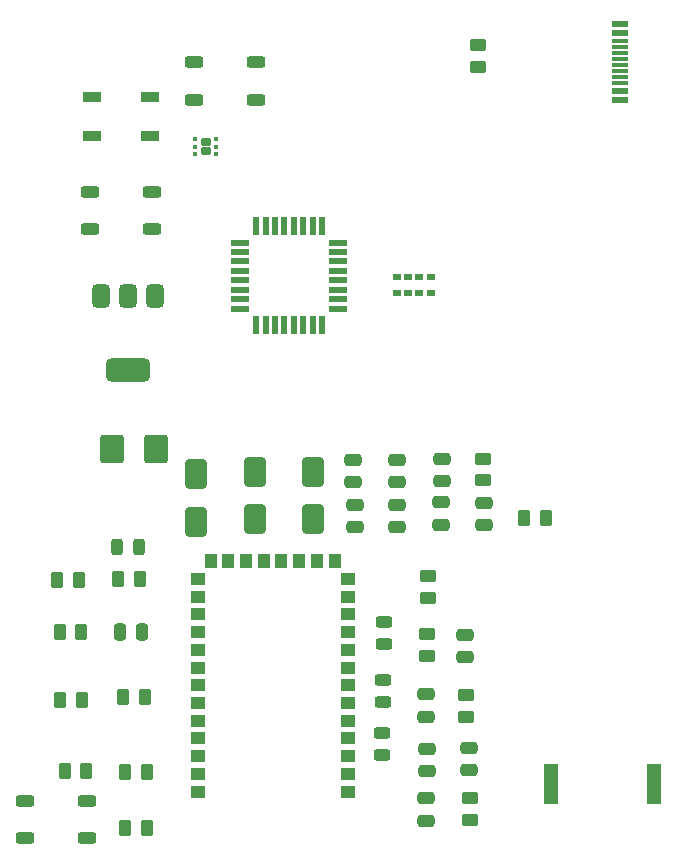
<source format=gbr>
%TF.GenerationSoftware,KiCad,Pcbnew,9.0.2-9.0.2-0~ubuntu22.04.1*%
%TF.CreationDate,2025-06-26T08:40:54+05:30*%
%TF.ProjectId,ARDUNIO_ADV,41524455-4e49-44f5-9f41-44562e6b6963,rev?*%
%TF.SameCoordinates,Original*%
%TF.FileFunction,Paste,Top*%
%TF.FilePolarity,Positive*%
%FSLAX46Y46*%
G04 Gerber Fmt 4.6, Leading zero omitted, Abs format (unit mm)*
G04 Created by KiCad (PCBNEW 9.0.2-9.0.2-0~ubuntu22.04.1) date 2025-06-26 08:40:54*
%MOMM*%
%LPD*%
G01*
G04 APERTURE LIST*
G04 Aperture macros list*
%AMRoundRect*
0 Rectangle with rounded corners*
0 $1 Rounding radius*
0 $2 $3 $4 $5 $6 $7 $8 $9 X,Y pos of 4 corners*
0 Add a 4 corners polygon primitive as box body*
4,1,4,$2,$3,$4,$5,$6,$7,$8,$9,$2,$3,0*
0 Add four circle primitives for the rounded corners*
1,1,$1+$1,$2,$3*
1,1,$1+$1,$4,$5*
1,1,$1+$1,$6,$7*
1,1,$1+$1,$8,$9*
0 Add four rect primitives between the rounded corners*
20,1,$1+$1,$2,$3,$4,$5,0*
20,1,$1+$1,$4,$5,$6,$7,0*
20,1,$1+$1,$6,$7,$8,$9,0*
20,1,$1+$1,$8,$9,$2,$3,0*%
G04 Aperture macros list end*
%ADD10RoundRect,0.250000X-0.262500X-0.450000X0.262500X-0.450000X0.262500X0.450000X-0.262500X0.450000X0*%
%ADD11RoundRect,0.250000X-0.475000X0.250000X-0.475000X-0.250000X0.475000X-0.250000X0.475000X0.250000X0*%
%ADD12RoundRect,0.250000X0.475000X-0.250000X0.475000X0.250000X-0.475000X0.250000X-0.475000X-0.250000X0*%
%ADD13RoundRect,0.250000X0.650000X-1.000000X0.650000X1.000000X-0.650000X1.000000X-0.650000X-1.000000X0*%
%ADD14RoundRect,0.250000X-0.525000X-0.250000X0.525000X-0.250000X0.525000X0.250000X-0.525000X0.250000X0*%
%ADD15R,1.450000X0.600000*%
%ADD16R,1.450000X0.300000*%
%ADD17RoundRect,0.250000X0.450000X-0.262500X0.450000X0.262500X-0.450000X0.262500X-0.450000X-0.262500X0*%
%ADD18RoundRect,0.250000X0.262500X0.450000X-0.262500X0.450000X-0.262500X-0.450000X0.262500X-0.450000X0*%
%ADD19R,1.300000X3.400000*%
%ADD20RoundRect,0.250000X-0.450000X0.262500X-0.450000X-0.262500X0.450000X-0.262500X0.450000X0.262500X0*%
%ADD21RoundRect,0.250000X-0.250000X-0.475000X0.250000X-0.475000X0.250000X0.475000X-0.250000X0.475000X0*%
%ADD22RoundRect,0.172500X-0.262500X-0.172500X0.262500X-0.172500X0.262500X0.172500X-0.262500X0.172500X0*%
%ADD23RoundRect,0.093750X-0.093750X-0.106250X0.093750X-0.106250X0.093750X0.106250X-0.093750X0.106250X0*%
%ADD24RoundRect,0.090000X-0.660000X-0.360000X0.660000X-0.360000X0.660000X0.360000X-0.660000X0.360000X0*%
%ADD25RoundRect,0.375000X-0.375000X0.625000X-0.375000X-0.625000X0.375000X-0.625000X0.375000X0.625000X0*%
%ADD26RoundRect,0.500000X-1.400000X0.500000X-1.400000X-0.500000X1.400000X-0.500000X1.400000X0.500000X0*%
%ADD27RoundRect,0.243750X0.456250X-0.243750X0.456250X0.243750X-0.456250X0.243750X-0.456250X-0.243750X0*%
%ADD28RoundRect,0.250000X0.750000X0.950000X-0.750000X0.950000X-0.750000X-0.950000X0.750000X-0.950000X0*%
%ADD29R,1.300000X1.000000*%
%ADD30R,1.000000X1.300000*%
%ADD31RoundRect,0.243750X-0.243750X-0.456250X0.243750X-0.456250X0.243750X0.456250X-0.243750X0.456250X0*%
%ADD32RoundRect,0.068750X0.666250X0.206250X-0.666250X0.206250X-0.666250X-0.206250X0.666250X-0.206250X0*%
%ADD33RoundRect,0.068750X0.206250X0.666250X-0.206250X0.666250X-0.206250X-0.666250X0.206250X-0.666250X0*%
%ADD34RoundRect,0.243750X-0.456250X0.243750X-0.456250X-0.243750X0.456250X-0.243750X0.456250X0.243750X0*%
%ADD35R,0.720000X0.600000*%
G04 APERTURE END LIST*
D10*
%TO.C,R12*%
X115980200Y-134442200D03*
X117805200Y-134442200D03*
%TD*%
D11*
%TO.C,C3*%
X147929600Y-108031200D03*
X147929600Y-109931200D03*
%TD*%
D12*
%TO.C,C11*%
X151485600Y-113634600D03*
X151485600Y-111734600D03*
%TD*%
D11*
%TO.C,C1*%
X140538200Y-111912400D03*
X140538200Y-113812400D03*
%TD*%
D13*
%TO.C,D5*%
X132130800Y-113131600D03*
X132130800Y-109131600D03*
%TD*%
D14*
%TO.C,EN*%
X118110000Y-85395200D03*
X123360000Y-85395200D03*
X118110000Y-88595200D03*
X123360000Y-88595200D03*
%TD*%
D15*
%TO.C,USB-C*%
X162985000Y-77660000D03*
X162985000Y-76860000D03*
D16*
X162985000Y-75660000D03*
X162985000Y-74660000D03*
X162985000Y-74160000D03*
X162985000Y-73160000D03*
D15*
X162985000Y-71960000D03*
X162985000Y-71160000D03*
X162985000Y-71160000D03*
X162985000Y-71960000D03*
D16*
X162985000Y-72660000D03*
X162985000Y-73660000D03*
X162985000Y-75160000D03*
X162985000Y-76160000D03*
D15*
X162985000Y-76860000D03*
X162985000Y-77660000D03*
%TD*%
D17*
%TO.C,R14*%
X151000000Y-74825000D03*
X151000000Y-73000000D03*
%TD*%
D18*
%TO.C,R10*%
X122783600Y-128143000D03*
X120958600Y-128143000D03*
%TD*%
D19*
%TO.C,BZ1*%
X157162000Y-135559800D03*
X165862000Y-135559800D03*
%TD*%
D20*
%TO.C,R15*%
X150317200Y-136732000D03*
X150317200Y-138557000D03*
%TD*%
D21*
%TO.C,C7*%
X120680400Y-122707400D03*
X122580400Y-122707400D03*
%TD*%
D14*
%TO.C,D3*%
X126931600Y-74397000D03*
X132181600Y-74397000D03*
X126931600Y-77597000D03*
X132181600Y-77597000D03*
%TD*%
D11*
%TO.C,C4*%
X144145000Y-108082000D03*
X144145000Y-109982000D03*
%TD*%
D10*
%TO.C,R7*%
X115573800Y-122707400D03*
X117398800Y-122707400D03*
%TD*%
D13*
%TO.C,D3*%
X136982200Y-113106200D03*
X136982200Y-109106200D03*
%TD*%
D22*
%TO.C,U2*%
X127941300Y-81169800D03*
X127941300Y-81969800D03*
D23*
X127053800Y-80919800D03*
X127053800Y-81569800D03*
X127053800Y-82219800D03*
X128828800Y-82219800D03*
X128828800Y-81569800D03*
X128828800Y-80919800D03*
%TD*%
D24*
%TO.C,RGB-D13*%
X118338600Y-77395800D03*
X118338600Y-80695800D03*
X123238600Y-80695800D03*
X123238600Y-77395800D03*
%TD*%
D12*
%TO.C,C10*%
X149885400Y-124815600D03*
X149885400Y-122915600D03*
%TD*%
%TO.C,C8*%
X146558000Y-129844800D03*
X146558000Y-127944800D03*
%TD*%
D17*
%TO.C,R6*%
X146761200Y-119761000D03*
X146761200Y-117936000D03*
%TD*%
D18*
%TO.C,R1*%
X117170200Y-118287800D03*
X115345200Y-118287800D03*
%TD*%
D20*
%TO.C,R13*%
X151409400Y-108004600D03*
X151409400Y-109829600D03*
%TD*%
D14*
%TO.C,EN-BT*%
X112656800Y-136957200D03*
X117906800Y-136957200D03*
X112656800Y-140157200D03*
X117906800Y-140157200D03*
%TD*%
D25*
%TO.C,U3*%
X123661200Y-94233200D03*
X121361200Y-94233200D03*
D26*
X121361200Y-100533200D03*
D25*
X119061200Y-94233200D03*
%TD*%
D27*
%TO.C,BT*%
X142875000Y-133096000D03*
X142875000Y-131221000D03*
%TD*%
D11*
%TO.C,C13*%
X146558000Y-136753600D03*
X146558000Y-138653600D03*
%TD*%
D18*
%TO.C,R9*%
X156718000Y-113004600D03*
X154893000Y-113004600D03*
%TD*%
D12*
%TO.C,C5*%
X140411200Y-110007400D03*
X140411200Y-108107400D03*
%TD*%
D28*
%TO.C,16Mhz*%
X123723400Y-107162600D03*
X120023400Y-107162600D03*
%TD*%
D18*
%TO.C,R11*%
X122961400Y-134569200D03*
X121136400Y-134569200D03*
%TD*%
D10*
%TO.C,R3*%
X115624600Y-128422400D03*
X117449600Y-128422400D03*
%TD*%
D11*
%TO.C,C12*%
X150241000Y-132491400D03*
X150241000Y-134391400D03*
%TD*%
D29*
%TO.C,U5*%
X139940000Y-136190000D03*
X139940000Y-134690000D03*
X139940000Y-133190000D03*
X139940000Y-131690000D03*
X139940000Y-130190000D03*
X139940000Y-128690000D03*
X139940000Y-127190000D03*
X139940000Y-125690000D03*
X139940000Y-124190000D03*
X139940000Y-122690000D03*
X139940000Y-121190000D03*
X139940000Y-119690000D03*
X139940000Y-118190000D03*
D30*
X138840000Y-116690000D03*
X137340000Y-116690000D03*
X135840000Y-116690000D03*
X134340000Y-116690000D03*
X132840000Y-116690000D03*
X131340000Y-116690000D03*
X129840000Y-116690000D03*
X128340000Y-116690000D03*
D29*
X127240000Y-118190000D03*
X127240000Y-119690000D03*
X127240000Y-121190000D03*
X127240000Y-122690000D03*
X127240000Y-124190000D03*
X127240000Y-125690000D03*
X127240000Y-127190000D03*
X127240000Y-128690000D03*
X127240000Y-130190000D03*
X127240000Y-131690000D03*
X127240000Y-133190000D03*
X127240000Y-134690000D03*
X127240000Y-136190000D03*
%TD*%
D31*
%TO.C,BT-PWR*%
X120398300Y-115443000D03*
X122273300Y-115443000D03*
%TD*%
D32*
%TO.C,U1*%
X139170000Y-95300000D03*
X139170000Y-94500000D03*
X139170000Y-93700000D03*
X139170000Y-92900000D03*
X139170000Y-92100000D03*
X139170000Y-91300000D03*
X139170000Y-90500000D03*
X139170000Y-89700000D03*
D33*
X137800000Y-88330000D03*
X137000000Y-88330000D03*
X136200000Y-88330000D03*
X135400000Y-88330000D03*
X134600000Y-88330000D03*
X133800000Y-88330000D03*
X133000000Y-88330000D03*
X132200000Y-88330000D03*
D32*
X130830000Y-89700000D03*
X130830000Y-90500000D03*
X130830000Y-91300000D03*
X130830000Y-92100000D03*
X130830000Y-92900000D03*
X130830000Y-93700000D03*
X130830000Y-94500000D03*
X130830000Y-95300000D03*
D33*
X132200000Y-96670000D03*
X133000000Y-96670000D03*
X133800000Y-96670000D03*
X134600000Y-96670000D03*
X135400000Y-96670000D03*
X136200000Y-96670000D03*
X137000000Y-96670000D03*
X137800000Y-96670000D03*
%TD*%
D17*
%TO.C,R5*%
X149987000Y-129866400D03*
X149987000Y-128041400D03*
%TD*%
D12*
%TO.C,C9*%
X146685000Y-134467600D03*
X146685000Y-132567600D03*
%TD*%
D10*
%TO.C,R4*%
X120526800Y-118160800D03*
X122351800Y-118160800D03*
%TD*%
D13*
%TO.C,D1*%
X127101600Y-113334800D03*
X127101600Y-109334800D03*
%TD*%
D12*
%TO.C,C6*%
X144094200Y-113817400D03*
X144094200Y-111917400D03*
%TD*%
D20*
%TO.C,R2*%
X146685000Y-122863600D03*
X146685000Y-124688600D03*
%TD*%
D11*
%TO.C,C2*%
X147828000Y-111688800D03*
X147828000Y-113588800D03*
%TD*%
D10*
%TO.C,R8*%
X121136400Y-139242800D03*
X122961400Y-139242800D03*
%TD*%
D34*
%TO.C,PWR*%
X143052800Y-121843800D03*
X143052800Y-123718800D03*
%TD*%
%TO.C,5V-LDO*%
X142976600Y-126699800D03*
X142976600Y-128574800D03*
%TD*%
D35*
%TO.C,U4*%
X144090000Y-92600000D03*
X145060000Y-92600000D03*
X146030000Y-92600000D03*
X147000000Y-92600000D03*
X147000000Y-94000000D03*
X146030000Y-94000000D03*
X145060000Y-94000000D03*
X144090000Y-94000000D03*
%TD*%
M02*

</source>
